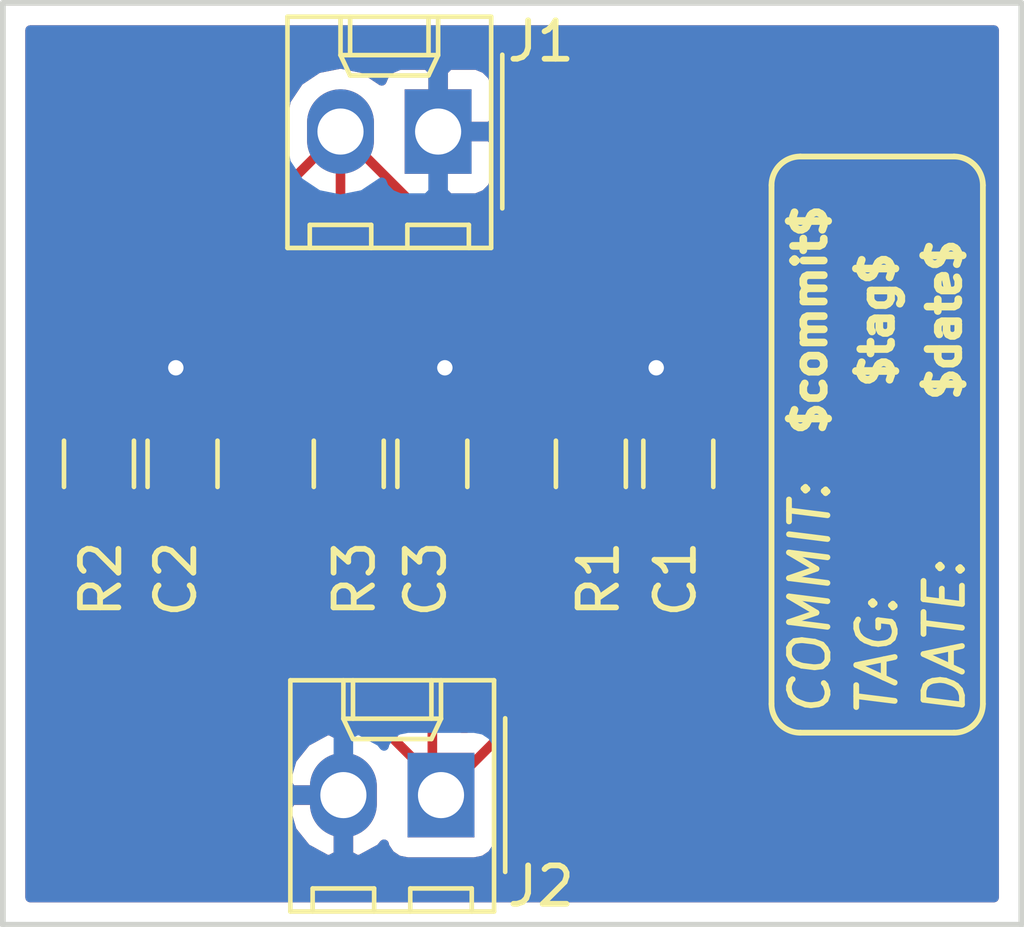
<source format=kicad_pcb>
(kicad_pcb (version 20171130) (host pcbnew 5.0.0)

  (general
    (thickness 1.6)
    (drawings 4)
    (tracks 25)
    (zones 0)
    (modules 9)
    (nets 4)
  )

  (page A4)
  (layers
    (0 F.Cu signal)
    (31 B.Cu signal)
    (32 B.Adhes user)
    (33 F.Adhes user)
    (34 B.Paste user)
    (35 F.Paste user)
    (36 B.SilkS user)
    (37 F.SilkS user)
    (38 B.Mask user)
    (39 F.Mask user)
    (40 Dwgs.User user)
    (41 Cmts.User user)
    (42 Eco1.User user hide)
    (43 Eco2.User user hide)
    (44 Edge.Cuts user)
    (45 Margin user)
    (46 B.CrtYd user)
    (47 F.CrtYd user)
    (48 B.Fab user)
    (49 F.Fab user hide)
  )

  (setup
    (last_trace_width 0.25)
    (trace_clearance 0.2)
    (zone_clearance 0.508)
    (zone_45_only no)
    (trace_min 0.2)
    (segment_width 0.2)
    (edge_width 0.15)
    (via_size 0.8)
    (via_drill 0.4)
    (via_min_size 0.4)
    (via_min_drill 0.3)
    (uvia_size 0.3)
    (uvia_drill 0.1)
    (uvias_allowed no)
    (uvia_min_size 0.2)
    (uvia_min_drill 0.1)
    (pcb_text_width 0.3)
    (pcb_text_size 1.5 1.5)
    (mod_edge_width 0.15)
    (mod_text_size 1 1)
    (mod_text_width 0.15)
    (pad_size 1.524 1.524)
    (pad_drill 0.762)
    (pad_to_mask_clearance 0.2)
    (aux_axis_origin 0 0)
    (visible_elements FFFDFF7F)
    (pcbplotparams
      (layerselection 0x010fc_ffffffff)
      (usegerberextensions false)
      (usegerberattributes false)
      (usegerberadvancedattributes false)
      (creategerberjobfile false)
      (excludeedgelayer true)
      (linewidth 0.100000)
      (plotframeref false)
      (viasonmask false)
      (mode 1)
      (useauxorigin false)
      (hpglpennumber 1)
      (hpglpenspeed 20)
      (hpglpendiameter 15.000000)
      (psnegative false)
      (psa4output false)
      (plotreference true)
      (plotvalue true)
      (plotinvisibletext false)
      (padsonsilk false)
      (subtractmaskfromsilk false)
      (outputformat 1)
      (mirror false)
      (drillshape 1)
      (scaleselection 1)
      (outputdirectory ""))
  )

  (net 0 "")
  (net 1 "Net-(C1-Pad1)")
  (net 2 GND)
  (net 3 "Net-(J1-Pad2)")

  (net_class Default "This is the default net class."
    (clearance 0.2)
    (trace_width 0.25)
    (via_dia 0.8)
    (via_drill 0.4)
    (uvia_dia 0.3)
    (uvia_drill 0.1)
    (add_net GND)
    (add_net "Net-(C1-Pad1)")
    (add_net "Net-(J1-Pad2)")
  )

  (module toroid-kicad:commit-trace (layer F.Cu) (tedit 5928A450) (tstamp 5BBE658E)
    (at 158 75.5 90)
    (path /5BBE5EE0)
    (fp_text reference t1 (at -5.3 3.5 90) (layer F.SilkS) hide
      (effects (font (size 1 1) (thickness 0.15)))
    )
    (fp_text value commit-trace (at 0.1 -4.4 90) (layer F.Fab) hide
      (effects (font (size 1 1) (thickness 0.15)))
    )
    (fp_text user COMMIT: (at -4 -2 90) (layer F.SilkS)
      (effects (font (size 1 1) (thickness 0.15) italic))
    )
    (fp_text user TAG: (at -5.5 -0.25 90) (layer F.SilkS)
      (effects (font (size 1 1) (thickness 0.15) italic))
    )
    (fp_text user DATE: (at -5 1.5 90) (layer F.SilkS)
      (effects (font (size 1 1) (thickness 0.15) italic))
    )
    (fp_line (start -6.75 -3) (end 6.75 -3) (layer F.SilkS) (width 0.15))
    (fp_line (start 7.5 -2.25) (end 7.5 1.75) (layer F.SilkS) (width 0.15))
    (fp_line (start 6.75 2.5) (end -6.75 2.5) (layer F.SilkS) (width 0.15))
    (fp_line (start -7.5 1.75) (end -7.5 -2.25) (layer F.SilkS) (width 0.15))
    (fp_arc (start -6.75 -2.25) (end -6.75 -3) (angle -90) (layer F.SilkS) (width 0.15))
    (fp_arc (start -6.75 1.75) (end -7.5 1.75) (angle -90) (layer F.SilkS) (width 0.15))
    (fp_arc (start 6.75 1.75) (end 6.75 2.5) (angle -90) (layer F.SilkS) (width 0.15))
    (fp_arc (start 6.75 -2.25) (end 7.5 -2.25) (angle -90) (layer F.SilkS) (width 0.15))
    (fp_text user $commit$ (at 3.25 -2 90) (layer F.SilkS)
      (effects (font (size 0.8 0.8) (thickness 0.2)))
    )
    (fp_text user $tag$ (at 3.25 -0.25 90) (layer F.SilkS)
      (effects (font (size 0.8 0.8) (thickness 0.2)))
    )
    (fp_text user $date$ (at 3.25 1.5 90) (layer F.SilkS)
      (effects (font (size 0.8 0.8) (thickness 0.2)))
    )
  )

  (module Capacitor_SMD:C_1206_3216Metric (layer F.Cu) (tedit 5B301BBE) (tstamp 5BBDF3AE)
    (at 146.175 76 90)
    (descr "Capacitor SMD 1206 (3216 Metric), square (rectangular) end terminal, IPC_7351 nominal, (Body size source: http://www.tortai-tech.com/upload/download/2011102023233369053.pdf), generated with kicad-footprint-generator")
    (tags capacitor)
    (path /5BBD348C)
    (attr smd)
    (fp_text reference C3 (at -3 -0.175 90) (layer F.SilkS)
      (effects (font (size 1 1) (thickness 0.15)))
    )
    (fp_text value 10u (at 0 1.82 90) (layer F.Fab)
      (effects (font (size 1 1) (thickness 0.15)))
    )
    (fp_line (start -1.6 0.8) (end -1.6 -0.8) (layer F.Fab) (width 0.1))
    (fp_line (start -1.6 -0.8) (end 1.6 -0.8) (layer F.Fab) (width 0.1))
    (fp_line (start 1.6 -0.8) (end 1.6 0.8) (layer F.Fab) (width 0.1))
    (fp_line (start 1.6 0.8) (end -1.6 0.8) (layer F.Fab) (width 0.1))
    (fp_line (start -0.602064 -0.91) (end 0.602064 -0.91) (layer F.SilkS) (width 0.12))
    (fp_line (start -0.602064 0.91) (end 0.602064 0.91) (layer F.SilkS) (width 0.12))
    (fp_line (start -2.28 1.12) (end -2.28 -1.12) (layer F.CrtYd) (width 0.05))
    (fp_line (start -2.28 -1.12) (end 2.28 -1.12) (layer F.CrtYd) (width 0.05))
    (fp_line (start 2.28 -1.12) (end 2.28 1.12) (layer F.CrtYd) (width 0.05))
    (fp_line (start 2.28 1.12) (end -2.28 1.12) (layer F.CrtYd) (width 0.05))
    (fp_text user %R (at 0 0 90) (layer F.Fab)
      (effects (font (size 0.8 0.8) (thickness 0.12)))
    )
    (pad 1 smd roundrect (at -1.4 0 90) (size 1.25 1.75) (layers F.Cu F.Paste F.Mask) (roundrect_rratio 0.2)
      (net 1 "Net-(C1-Pad1)"))
    (pad 2 smd roundrect (at 1.4 0 90) (size 1.25 1.75) (layers F.Cu F.Paste F.Mask) (roundrect_rratio 0.2)
      (net 2 GND))
    (model ${KISYS3DMOD}/Capacitor_SMD.3dshapes/C_1206_3216Metric.wrl
      (at (xyz 0 0 0))
      (scale (xyz 1 1 1))
      (rotate (xyz 0 0 0))
    )
  )

  (module Capacitor_SMD:C_1206_3216Metric (layer F.Cu) (tedit 5B301BBE) (tstamp 5BBDEFA4)
    (at 139.675 76 90)
    (descr "Capacitor SMD 1206 (3216 Metric), square (rectangular) end terminal, IPC_7351 nominal, (Body size source: http://www.tortai-tech.com/upload/download/2011102023233369053.pdf), generated with kicad-footprint-generator")
    (tags capacitor)
    (path /5BBD3609)
    (attr smd)
    (fp_text reference C2 (at -3 -0.175 90) (layer F.SilkS)
      (effects (font (size 1 1) (thickness 0.15)))
    )
    (fp_text value 0.1u (at 0 1.82 90) (layer F.Fab)
      (effects (font (size 1 1) (thickness 0.15)))
    )
    (fp_text user %R (at 0 0 90) (layer F.Fab)
      (effects (font (size 0.8 0.8) (thickness 0.12)))
    )
    (fp_line (start 2.28 1.12) (end -2.28 1.12) (layer F.CrtYd) (width 0.05))
    (fp_line (start 2.28 -1.12) (end 2.28 1.12) (layer F.CrtYd) (width 0.05))
    (fp_line (start -2.28 -1.12) (end 2.28 -1.12) (layer F.CrtYd) (width 0.05))
    (fp_line (start -2.28 1.12) (end -2.28 -1.12) (layer F.CrtYd) (width 0.05))
    (fp_line (start -0.602064 0.91) (end 0.602064 0.91) (layer F.SilkS) (width 0.12))
    (fp_line (start -0.602064 -0.91) (end 0.602064 -0.91) (layer F.SilkS) (width 0.12))
    (fp_line (start 1.6 0.8) (end -1.6 0.8) (layer F.Fab) (width 0.1))
    (fp_line (start 1.6 -0.8) (end 1.6 0.8) (layer F.Fab) (width 0.1))
    (fp_line (start -1.6 -0.8) (end 1.6 -0.8) (layer F.Fab) (width 0.1))
    (fp_line (start -1.6 0.8) (end -1.6 -0.8) (layer F.Fab) (width 0.1))
    (pad 2 smd roundrect (at 1.4 0 90) (size 1.25 1.75) (layers F.Cu F.Paste F.Mask) (roundrect_rratio 0.2)
      (net 2 GND))
    (pad 1 smd roundrect (at -1.4 0 90) (size 1.25 1.75) (layers F.Cu F.Paste F.Mask) (roundrect_rratio 0.2)
      (net 1 "Net-(C1-Pad1)"))
    (model ${KISYS3DMOD}/Capacitor_SMD.3dshapes/C_1206_3216Metric.wrl
      (at (xyz 0 0 0))
      (scale (xyz 1 1 1))
      (rotate (xyz 0 0 0))
    )
  )

  (module Capacitor_SMD:C_1206_3216Metric (layer F.Cu) (tedit 5B301BBE) (tstamp 5BBDEB4F)
    (at 152.575 76 90)
    (descr "Capacitor SMD 1206 (3216 Metric), square (rectangular) end terminal, IPC_7351 nominal, (Body size source: http://www.tortai-tech.com/upload/download/2011102023233369053.pdf), generated with kicad-footprint-generator")
    (tags capacitor)
    (path /5BBD31E6)
    (attr smd)
    (fp_text reference C1 (at -3 -0.075 90) (layer F.SilkS)
      (effects (font (size 1 1) (thickness 0.15)))
    )
    (fp_text value 1u (at 0 1.82 90) (layer F.Fab)
      (effects (font (size 1 1) (thickness 0.15)))
    )
    (fp_line (start -1.6 0.8) (end -1.6 -0.8) (layer F.Fab) (width 0.1))
    (fp_line (start -1.6 -0.8) (end 1.6 -0.8) (layer F.Fab) (width 0.1))
    (fp_line (start 1.6 -0.8) (end 1.6 0.8) (layer F.Fab) (width 0.1))
    (fp_line (start 1.6 0.8) (end -1.6 0.8) (layer F.Fab) (width 0.1))
    (fp_line (start -0.602064 -0.91) (end 0.602064 -0.91) (layer F.SilkS) (width 0.12))
    (fp_line (start -0.602064 0.91) (end 0.602064 0.91) (layer F.SilkS) (width 0.12))
    (fp_line (start -2.28 1.12) (end -2.28 -1.12) (layer F.CrtYd) (width 0.05))
    (fp_line (start -2.28 -1.12) (end 2.28 -1.12) (layer F.CrtYd) (width 0.05))
    (fp_line (start 2.28 -1.12) (end 2.28 1.12) (layer F.CrtYd) (width 0.05))
    (fp_line (start 2.28 1.12) (end -2.28 1.12) (layer F.CrtYd) (width 0.05))
    (fp_text user %R (at 0 0 90) (layer F.Fab)
      (effects (font (size 0.8 0.8) (thickness 0.12)))
    )
    (pad 1 smd roundrect (at -1.4 0 90) (size 1.25 1.75) (layers F.Cu F.Paste F.Mask) (roundrect_rratio 0.2)
      (net 1 "Net-(C1-Pad1)"))
    (pad 2 smd roundrect (at 1.4 0 90) (size 1.25 1.75) (layers F.Cu F.Paste F.Mask) (roundrect_rratio 0.2)
      (net 2 GND))
    (model ${KISYS3DMOD}/Capacitor_SMD.3dshapes/C_1206_3216Metric.wrl
      (at (xyz 0 0 0))
      (scale (xyz 1 1 1))
      (rotate (xyz 0 0 0))
    )
  )

  (module Connector_Molex:Molex_KK-254_AE-6410-02A_1x02_P2.54mm_Vertical (layer F.Cu) (tedit 5A15A247) (tstamp 5BBDEB3E)
    (at 146.4 84.625 180)
    (descr "Molex KK-254 Interconnect System, old/engineering part number: AE-6410-02A example for new part number: 22-27-2021, 2 Pins (http://www.molex.com/pdm_docs/sd/022272021_sd.pdf), generated with kicad-footprint-generator")
    (tags "connector Molex KK-254 side entry")
    (path /5BBD4A2E)
    (fp_text reference J2 (at -2.6 -2.375 180) (layer F.SilkS)
      (effects (font (size 1 1) (thickness 0.15)))
    )
    (fp_text value Screw_Terminal_01x02 (at 1.27 4.08 180) (layer F.Fab)
      (effects (font (size 1 1) (thickness 0.15)))
    )
    (fp_text user %R (at 1.27 -2.22 180) (layer F.Fab)
      (effects (font (size 1 1) (thickness 0.15)))
    )
    (fp_line (start 4.31 -3.42) (end -1.77 -3.42) (layer F.CrtYd) (width 0.05))
    (fp_line (start 4.31 3.38) (end 4.31 -3.42) (layer F.CrtYd) (width 0.05))
    (fp_line (start -1.77 3.38) (end 4.31 3.38) (layer F.CrtYd) (width 0.05))
    (fp_line (start -1.77 -3.42) (end -1.77 3.38) (layer F.CrtYd) (width 0.05))
    (fp_line (start 3.34 -2.43) (end 3.34 -3.03) (layer F.SilkS) (width 0.12))
    (fp_line (start 1.74 -2.43) (end 3.34 -2.43) (layer F.SilkS) (width 0.12))
    (fp_line (start 1.74 -3.03) (end 1.74 -2.43) (layer F.SilkS) (width 0.12))
    (fp_line (start 0.8 -2.43) (end 0.8 -3.03) (layer F.SilkS) (width 0.12))
    (fp_line (start -0.8 -2.43) (end 0.8 -2.43) (layer F.SilkS) (width 0.12))
    (fp_line (start -0.8 -3.03) (end -0.8 -2.43) (layer F.SilkS) (width 0.12))
    (fp_line (start 2.29 2.99) (end 2.29 1.99) (layer F.SilkS) (width 0.12))
    (fp_line (start 0.25 2.99) (end 0.25 1.99) (layer F.SilkS) (width 0.12))
    (fp_line (start 2.29 1.46) (end 2.54 1.99) (layer F.SilkS) (width 0.12))
    (fp_line (start 0.25 1.46) (end 2.29 1.46) (layer F.SilkS) (width 0.12))
    (fp_line (start 0 1.99) (end 0.25 1.46) (layer F.SilkS) (width 0.12))
    (fp_line (start 2.54 1.99) (end 2.54 2.99) (layer F.SilkS) (width 0.12))
    (fp_line (start 0 1.99) (end 2.54 1.99) (layer F.SilkS) (width 0.12))
    (fp_line (start 0 2.99) (end 0 1.99) (layer F.SilkS) (width 0.12))
    (fp_line (start -0.562893 0) (end -1.27 0.5) (layer F.Fab) (width 0.1))
    (fp_line (start -1.27 -0.5) (end -0.562893 0) (layer F.Fab) (width 0.1))
    (fp_line (start -1.67 -2) (end -1.67 2) (layer F.SilkS) (width 0.12))
    (fp_line (start 3.92 -3.03) (end -1.38 -3.03) (layer F.SilkS) (width 0.12))
    (fp_line (start 3.92 2.99) (end 3.92 -3.03) (layer F.SilkS) (width 0.12))
    (fp_line (start -1.38 2.99) (end 3.92 2.99) (layer F.SilkS) (width 0.12))
    (fp_line (start -1.38 -3.03) (end -1.38 2.99) (layer F.SilkS) (width 0.12))
    (fp_line (start 3.81 -2.92) (end -1.27 -2.92) (layer F.Fab) (width 0.1))
    (fp_line (start 3.81 2.88) (end 3.81 -2.92) (layer F.Fab) (width 0.1))
    (fp_line (start -1.27 2.88) (end 3.81 2.88) (layer F.Fab) (width 0.1))
    (fp_line (start -1.27 -2.92) (end -1.27 2.88) (layer F.Fab) (width 0.1))
    (pad 2 thru_hole oval (at 2.54 0 180) (size 1.74 2.2) (drill 1.2) (layers *.Cu *.Mask)
      (net 2 GND))
    (pad 1 thru_hole rect (at 0 0 180) (size 1.74 2.2) (drill 1.2) (layers *.Cu *.Mask)
      (net 1 "Net-(C1-Pad1)"))
    (model ${KISYS3DMOD}/Connector_Molex.3dshapes/Molex_KK-254_AE-6410-02A_1x02_P2.54mm_Vertical.wrl
      (at (xyz 0 0 0))
      (scale (xyz 1 1 1))
      (rotate (xyz 0 0 0))
    )
  )

  (module Connector_Molex:Molex_KK-254_AE-6410-02A_1x02_P2.54mm_Vertical (layer F.Cu) (tedit 5A15A247) (tstamp 5BBDEC82)
    (at 146.325 67.35 180)
    (descr "Molex KK-254 Interconnect System, old/engineering part number: AE-6410-02A example for new part number: 22-27-2021, 2 Pins (http://www.molex.com/pdm_docs/sd/022272021_sd.pdf), generated with kicad-footprint-generator")
    (tags "connector Molex KK-254 side entry")
    (path /5BBD38A5)
    (fp_text reference J1 (at -2.675 2.35 180) (layer F.SilkS)
      (effects (font (size 1 1) (thickness 0.15)))
    )
    (fp_text value Screw_Terminal_01x02 (at 1.27 4.08 180) (layer F.Fab)
      (effects (font (size 1 1) (thickness 0.15)))
    )
    (fp_line (start -1.27 -2.92) (end -1.27 2.88) (layer F.Fab) (width 0.1))
    (fp_line (start -1.27 2.88) (end 3.81 2.88) (layer F.Fab) (width 0.1))
    (fp_line (start 3.81 2.88) (end 3.81 -2.92) (layer F.Fab) (width 0.1))
    (fp_line (start 3.81 -2.92) (end -1.27 -2.92) (layer F.Fab) (width 0.1))
    (fp_line (start -1.38 -3.03) (end -1.38 2.99) (layer F.SilkS) (width 0.12))
    (fp_line (start -1.38 2.99) (end 3.92 2.99) (layer F.SilkS) (width 0.12))
    (fp_line (start 3.92 2.99) (end 3.92 -3.03) (layer F.SilkS) (width 0.12))
    (fp_line (start 3.92 -3.03) (end -1.38 -3.03) (layer F.SilkS) (width 0.12))
    (fp_line (start -1.67 -2) (end -1.67 2) (layer F.SilkS) (width 0.12))
    (fp_line (start -1.27 -0.5) (end -0.562893 0) (layer F.Fab) (width 0.1))
    (fp_line (start -0.562893 0) (end -1.27 0.5) (layer F.Fab) (width 0.1))
    (fp_line (start 0 2.99) (end 0 1.99) (layer F.SilkS) (width 0.12))
    (fp_line (start 0 1.99) (end 2.54 1.99) (layer F.SilkS) (width 0.12))
    (fp_line (start 2.54 1.99) (end 2.54 2.99) (layer F.SilkS) (width 0.12))
    (fp_line (start 0 1.99) (end 0.25 1.46) (layer F.SilkS) (width 0.12))
    (fp_line (start 0.25 1.46) (end 2.29 1.46) (layer F.SilkS) (width 0.12))
    (fp_line (start 2.29 1.46) (end 2.54 1.99) (layer F.SilkS) (width 0.12))
    (fp_line (start 0.25 2.99) (end 0.25 1.99) (layer F.SilkS) (width 0.12))
    (fp_line (start 2.29 2.99) (end 2.29 1.99) (layer F.SilkS) (width 0.12))
    (fp_line (start -0.8 -3.03) (end -0.8 -2.43) (layer F.SilkS) (width 0.12))
    (fp_line (start -0.8 -2.43) (end 0.8 -2.43) (layer F.SilkS) (width 0.12))
    (fp_line (start 0.8 -2.43) (end 0.8 -3.03) (layer F.SilkS) (width 0.12))
    (fp_line (start 1.74 -3.03) (end 1.74 -2.43) (layer F.SilkS) (width 0.12))
    (fp_line (start 1.74 -2.43) (end 3.34 -2.43) (layer F.SilkS) (width 0.12))
    (fp_line (start 3.34 -2.43) (end 3.34 -3.03) (layer F.SilkS) (width 0.12))
    (fp_line (start -1.77 -3.42) (end -1.77 3.38) (layer F.CrtYd) (width 0.05))
    (fp_line (start -1.77 3.38) (end 4.31 3.38) (layer F.CrtYd) (width 0.05))
    (fp_line (start 4.31 3.38) (end 4.31 -3.42) (layer F.CrtYd) (width 0.05))
    (fp_line (start 4.31 -3.42) (end -1.77 -3.42) (layer F.CrtYd) (width 0.05))
    (fp_text user %R (at 1.27 -2.22 180) (layer F.Fab)
      (effects (font (size 1 1) (thickness 0.15)))
    )
    (pad 1 thru_hole rect (at 0 0 180) (size 1.74 2.2) (drill 1.2) (layers *.Cu *.Mask)
      (net 2 GND))
    (pad 2 thru_hole oval (at 2.54 0 180) (size 1.74 2.2) (drill 1.2) (layers *.Cu *.Mask)
      (net 3 "Net-(J1-Pad2)"))
    (model ${KISYS3DMOD}/Connector_Molex.3dshapes/Molex_KK-254_AE-6410-02A_1x02_P2.54mm_Vertical.wrl
      (at (xyz 0 0 0))
      (scale (xyz 1 1 1))
      (rotate (xyz 0 0 0))
    )
  )

  (module Resistor_SMD:R_1206_3216Metric (layer F.Cu) (tedit 5B301BBD) (tstamp 5BBDEEA0)
    (at 144 76 90)
    (descr "Resistor SMD 1206 (3216 Metric), square (rectangular) end terminal, IPC_7351 nominal, (Body size source: http://www.tortai-tech.com/upload/download/2011102023233369053.pdf), generated with kicad-footprint-generator")
    (tags resistor)
    (path /5BBD3486)
    (attr smd)
    (fp_text reference R3 (at -3 0.15 90) (layer F.SilkS)
      (effects (font (size 1 1) (thickness 0.15)))
    )
    (fp_text value 1M (at 0 1.82 90) (layer F.Fab)
      (effects (font (size 1 1) (thickness 0.15)))
    )
    (fp_line (start -1.6 0.8) (end -1.6 -0.8) (layer F.Fab) (width 0.1))
    (fp_line (start -1.6 -0.8) (end 1.6 -0.8) (layer F.Fab) (width 0.1))
    (fp_line (start 1.6 -0.8) (end 1.6 0.8) (layer F.Fab) (width 0.1))
    (fp_line (start 1.6 0.8) (end -1.6 0.8) (layer F.Fab) (width 0.1))
    (fp_line (start -0.602064 -0.91) (end 0.602064 -0.91) (layer F.SilkS) (width 0.12))
    (fp_line (start -0.602064 0.91) (end 0.602064 0.91) (layer F.SilkS) (width 0.12))
    (fp_line (start -2.28 1.12) (end -2.28 -1.12) (layer F.CrtYd) (width 0.05))
    (fp_line (start -2.28 -1.12) (end 2.28 -1.12) (layer F.CrtYd) (width 0.05))
    (fp_line (start 2.28 -1.12) (end 2.28 1.12) (layer F.CrtYd) (width 0.05))
    (fp_line (start 2.28 1.12) (end -2.28 1.12) (layer F.CrtYd) (width 0.05))
    (fp_text user %R (at 0 0 90) (layer F.Fab)
      (effects (font (size 0.8 0.8) (thickness 0.12)))
    )
    (pad 1 smd roundrect (at -1.4 0 90) (size 1.25 1.75) (layers F.Cu F.Paste F.Mask) (roundrect_rratio 0.2)
      (net 1 "Net-(C1-Pad1)"))
    (pad 2 smd roundrect (at 1.4 0 90) (size 1.25 1.75) (layers F.Cu F.Paste F.Mask) (roundrect_rratio 0.2)
      (net 3 "Net-(J1-Pad2)"))
    (model ${KISYS3DMOD}/Resistor_SMD.3dshapes/R_1206_3216Metric.wrl
      (at (xyz 0 0 0))
      (scale (xyz 1 1 1))
      (rotate (xyz 0 0 0))
    )
  )

  (module Resistor_SMD:R_1206_3216Metric (layer F.Cu) (tedit 5B301BBD) (tstamp 5BBDEAE5)
    (at 137.5 76 90)
    (descr "Resistor SMD 1206 (3216 Metric), square (rectangular) end terminal, IPC_7351 nominal, (Body size source: http://www.tortai-tech.com/upload/download/2011102023233369053.pdf), generated with kicad-footprint-generator")
    (tags resistor)
    (path /5BBD3603)
    (attr smd)
    (fp_text reference R2 (at -3 0.05 90) (layer F.SilkS)
      (effects (font (size 1 1) (thickness 0.15)))
    )
    (fp_text value 10k (at 0 1.82 90) (layer F.Fab)
      (effects (font (size 1 1) (thickness 0.15)))
    )
    (fp_text user %R (at -0.015001 -0.045001 90) (layer F.Fab)
      (effects (font (size 0.8 0.8) (thickness 0.12)))
    )
    (fp_line (start 2.28 1.12) (end -2.28 1.12) (layer F.CrtYd) (width 0.05))
    (fp_line (start 2.28 -1.12) (end 2.28 1.12) (layer F.CrtYd) (width 0.05))
    (fp_line (start -2.28 -1.12) (end 2.28 -1.12) (layer F.CrtYd) (width 0.05))
    (fp_line (start -2.28 1.12) (end -2.28 -1.12) (layer F.CrtYd) (width 0.05))
    (fp_line (start -0.602064 0.91) (end 0.602064 0.91) (layer F.SilkS) (width 0.12))
    (fp_line (start -0.602064 -0.91) (end 0.602064 -0.91) (layer F.SilkS) (width 0.12))
    (fp_line (start 1.6 0.8) (end -1.6 0.8) (layer F.Fab) (width 0.1))
    (fp_line (start 1.6 -0.8) (end 1.6 0.8) (layer F.Fab) (width 0.1))
    (fp_line (start -1.6 -0.8) (end 1.6 -0.8) (layer F.Fab) (width 0.1))
    (fp_line (start -1.6 0.8) (end -1.6 -0.8) (layer F.Fab) (width 0.1))
    (pad 2 smd roundrect (at 1.4 0 90) (size 1.25 1.75) (layers F.Cu F.Paste F.Mask) (roundrect_rratio 0.2)
      (net 3 "Net-(J1-Pad2)"))
    (pad 1 smd roundrect (at -1.4 0 90) (size 1.25 1.75) (layers F.Cu F.Paste F.Mask) (roundrect_rratio 0.2)
      (net 1 "Net-(C1-Pad1)"))
    (model ${KISYS3DMOD}/Resistor_SMD.3dshapes/R_1206_3216Metric.wrl
      (at (xyz 0 0 0))
      (scale (xyz 1 1 1))
      (rotate (xyz 0 0 0))
    )
  )

  (module Resistor_SMD:R_1206_3216Metric (layer F.Cu) (tedit 5B301BBD) (tstamp 5BBDEAD4)
    (at 150.3 76 90)
    (descr "Resistor SMD 1206 (3216 Metric), square (rectangular) end terminal, IPC_7351 nominal, (Body size source: http://www.tortai-tech.com/upload/download/2011102023233369053.pdf), generated with kicad-footprint-generator")
    (tags resistor)
    (path /5BBD3106)
    (attr smd)
    (fp_text reference R1 (at -3 0.2 90) (layer F.SilkS)
      (effects (font (size 1 1) (thickness 0.15)))
    )
    (fp_text value 100k (at 0 1.82 90) (layer F.Fab)
      (effects (font (size 1 1) (thickness 0.15)))
    )
    (fp_line (start -1.6 0.8) (end -1.6 -0.8) (layer F.Fab) (width 0.1))
    (fp_line (start -1.6 -0.8) (end 1.6 -0.8) (layer F.Fab) (width 0.1))
    (fp_line (start 1.6 -0.8) (end 1.6 0.8) (layer F.Fab) (width 0.1))
    (fp_line (start 1.6 0.8) (end -1.6 0.8) (layer F.Fab) (width 0.1))
    (fp_line (start -0.602064 -0.91) (end 0.602064 -0.91) (layer F.SilkS) (width 0.12))
    (fp_line (start -0.602064 0.91) (end 0.602064 0.91) (layer F.SilkS) (width 0.12))
    (fp_line (start -2.28 1.12) (end -2.28 -1.12) (layer F.CrtYd) (width 0.05))
    (fp_line (start -2.28 -1.12) (end 2.28 -1.12) (layer F.CrtYd) (width 0.05))
    (fp_line (start 2.28 -1.12) (end 2.28 1.12) (layer F.CrtYd) (width 0.05))
    (fp_line (start 2.28 1.12) (end -2.28 1.12) (layer F.CrtYd) (width 0.05))
    (fp_text user %R (at 0 0 90) (layer F.Fab)
      (effects (font (size 0.8 0.8) (thickness 0.12)))
    )
    (pad 1 smd roundrect (at -1.4 0 90) (size 1.25 1.75) (layers F.Cu F.Paste F.Mask) (roundrect_rratio 0.2)
      (net 1 "Net-(C1-Pad1)"))
    (pad 2 smd roundrect (at 1.4 0 90) (size 1.25 1.75) (layers F.Cu F.Paste F.Mask) (roundrect_rratio 0.2)
      (net 3 "Net-(J1-Pad2)"))
    (model ${KISYS3DMOD}/Resistor_SMD.3dshapes/R_1206_3216Metric.wrl
      (at (xyz 0 0 0))
      (scale (xyz 1 1 1))
      (rotate (xyz 0 0 0))
    )
  )

  (gr_line (start 135 88) (end 135 64) (layer Edge.Cuts) (width 0.15))
  (gr_line (start 161.504716 88) (end 135 88) (layer Edge.Cuts) (width 0.15))
  (gr_line (start 161.5 64) (end 161.5 88) (layer Edge.Cuts) (width 0.15))
  (gr_line (start 135 64) (end 161.5 64) (layer Edge.Cuts) (width 0.15))

  (segment (start 137.35 77.4) (end 139.675 77.4) (width 0.25) (layer F.Cu) (net 1))
  (segment (start 143.95 77.4) (end 146.175 77.4) (width 0.25) (layer F.Cu) (net 1))
  (segment (start 150.3 77.4) (end 152.575 77.4) (width 0.25) (layer F.Cu) (net 1))
  (segment (start 146.4 84.4) (end 146.4 84.625) (width 0.25) (layer F.Cu) (net 1))
  (segment (start 139.675 77.4) (end 139.675 77.675) (width 0.25) (layer F.Cu) (net 1))
  (segment (start 139.675 77.675) (end 146.4 84.4) (width 0.25) (layer F.Cu) (net 1))
  (segment (start 146.175 84.4) (end 146.4 84.625) (width 0.25) (layer F.Cu) (net 1))
  (segment (start 146.175 77.4) (end 146.175 84.4) (width 0.25) (layer F.Cu) (net 1))
  (segment (start 150.3 80.725) (end 146.4 84.625) (width 0.25) (layer F.Cu) (net 1))
  (segment (start 150.3 77.4) (end 150.3 80.725) (width 0.25) (layer F.Cu) (net 1))
  (via (at 139.5 73.5) (size 0.8) (drill 0.4) (layers F.Cu B.Cu) (net 2))
  (segment (start 139.675 74.6) (end 139.675 73.675) (width 0.25) (layer F.Cu) (net 2))
  (segment (start 139.675 73.675) (end 139.5 73.5) (width 0.25) (layer F.Cu) (net 2))
  (segment (start 146.175 74.6) (end 146.175 73.825) (width 0.25) (layer F.Cu) (net 2))
  (via (at 146.5 73.5) (size 0.8) (drill 0.4) (layers F.Cu B.Cu) (net 2))
  (segment (start 146.175 73.825) (end 146.5 73.5) (width 0.25) (layer F.Cu) (net 2))
  (via (at 152 73.5) (size 0.8) (drill 0.4) (layers F.Cu B.Cu) (net 2))
  (segment (start 152.575 74.6) (end 152.575 74.075) (width 0.25) (layer F.Cu) (net 2))
  (segment (start 152.575 74.075) (end 152 73.5) (width 0.25) (layer F.Cu) (net 2))
  (segment (start 143.785 74.435) (end 143.95 74.6) (width 0.25) (layer F.Cu) (net 3))
  (segment (start 143.785 67.35) (end 143.785 74.435) (width 0.25) (layer F.Cu) (net 3))
  (segment (start 150.3 73.865) (end 143.785 67.35) (width 0.25) (layer F.Cu) (net 3))
  (segment (start 150.3 74.6) (end 150.3 73.865) (width 0.25) (layer F.Cu) (net 3))
  (segment (start 137.35 74.6) (end 137.35 73.785) (width 0.25) (layer F.Cu) (net 3))
  (segment (start 137.35 73.785) (end 143.785 67.35) (width 0.25) (layer F.Cu) (net 3))

  (zone (net 2) (net_name GND) (layer F.Cu) (tstamp 0) (hatch edge 0.508)
    (connect_pads (clearance 0.508))
    (min_thickness 0.254)
    (fill yes (arc_segments 16) (thermal_gap 0.508) (thermal_bridge_width 0.508))
    (polygon
      (pts
        (xy 135 64) (xy 161.5 64) (xy 161.5 88) (xy 135 88)
      )
    )
    (filled_polygon
      (pts
        (xy 160.790001 87.29) (xy 135.71 87.29) (xy 135.71 84.98938) (xy 142.353138 84.98938) (xy 142.519266 85.555802)
        (xy 142.889509 86.015533) (xy 143.4075 86.298584) (xy 143.499969 86.316302) (xy 143.733 86.195246) (xy 143.733 84.752)
        (xy 142.509418 84.752) (xy 142.353138 84.98938) (xy 135.71 84.98938) (xy 135.71 77.025) (xy 135.97756 77.025)
        (xy 135.97756 77.775) (xy 136.045874 78.118435) (xy 136.240414 78.409586) (xy 136.531565 78.604126) (xy 136.875 78.67244)
        (xy 138.125 78.67244) (xy 138.468435 78.604126) (xy 138.5875 78.52457) (xy 138.706565 78.604126) (xy 139.05 78.67244)
        (xy 139.597639 78.67244) (xy 143.815198 82.89) (xy 143.732998 82.89) (xy 143.732998 83.054753) (xy 143.499969 82.933698)
        (xy 143.4075 82.951416) (xy 142.889509 83.234467) (xy 142.519266 83.694198) (xy 142.353138 84.26062) (xy 142.509418 84.498)
        (xy 143.733 84.498) (xy 143.733 84.478) (xy 143.987 84.478) (xy 143.987 84.498) (xy 144.007 84.498)
        (xy 144.007 84.752) (xy 143.987 84.752) (xy 143.987 86.195246) (xy 144.220031 86.316302) (xy 144.3125 86.298584)
        (xy 144.830491 86.015533) (xy 144.918591 85.90614) (xy 144.931843 85.972765) (xy 145.072191 86.182809) (xy 145.282235 86.323157)
        (xy 145.53 86.37244) (xy 147.27 86.37244) (xy 147.517765 86.323157) (xy 147.727809 86.182809) (xy 147.868157 85.972765)
        (xy 147.91744 85.725) (xy 147.91744 84.182361) (xy 150.784473 81.315329) (xy 150.847929 81.272929) (xy 151.015904 81.021537)
        (xy 151.06 80.799852) (xy 151.06 80.799847) (xy 151.074888 80.725) (xy 151.06 80.650153) (xy 151.06 78.645587)
        (xy 151.268435 78.604126) (xy 151.4375 78.491161) (xy 151.606565 78.604126) (xy 151.95 78.67244) (xy 153.2 78.67244)
        (xy 153.543435 78.604126) (xy 153.834586 78.409586) (xy 154.029126 78.118435) (xy 154.09744 77.775) (xy 154.09744 77.025)
        (xy 154.029126 76.681565) (xy 153.834586 76.390414) (xy 153.543435 76.195874) (xy 153.2 76.12756) (xy 151.95 76.12756)
        (xy 151.606565 76.195874) (xy 151.4375 76.308839) (xy 151.268435 76.195874) (xy 150.925 76.12756) (xy 149.675 76.12756)
        (xy 149.331565 76.195874) (xy 149.040414 76.390414) (xy 148.845874 76.681565) (xy 148.77756 77.025) (xy 148.77756 77.775)
        (xy 148.845874 78.118435) (xy 149.040414 78.409586) (xy 149.331565 78.604126) (xy 149.54 78.645587) (xy 149.540001 80.410197)
        (xy 147.072639 82.87756) (xy 146.935 82.87756) (xy 146.935 78.645587) (xy 147.143435 78.604126) (xy 147.434586 78.409586)
        (xy 147.629126 78.118435) (xy 147.69744 77.775) (xy 147.69744 77.025) (xy 147.629126 76.681565) (xy 147.434586 76.390414)
        (xy 147.143435 76.195874) (xy 146.8 76.12756) (xy 145.55 76.12756) (xy 145.206565 76.195874) (xy 145.0875 76.27543)
        (xy 144.968435 76.195874) (xy 144.625 76.12756) (xy 143.375 76.12756) (xy 143.031565 76.195874) (xy 142.740414 76.390414)
        (xy 142.545874 76.681565) (xy 142.47756 77.025) (xy 142.47756 77.775) (xy 142.545874 78.118435) (xy 142.740414 78.409586)
        (xy 143.031565 78.604126) (xy 143.375 78.67244) (xy 144.625 78.67244) (xy 144.968435 78.604126) (xy 145.0875 78.52457)
        (xy 145.206565 78.604126) (xy 145.415 78.645587) (xy 145.415001 82.340199) (xy 141.139763 78.064961) (xy 141.19744 77.775)
        (xy 141.19744 77.025) (xy 141.129126 76.681565) (xy 140.934586 76.390414) (xy 140.643435 76.195874) (xy 140.3 76.12756)
        (xy 139.05 76.12756) (xy 138.706565 76.195874) (xy 138.5875 76.27543) (xy 138.468435 76.195874) (xy 138.125 76.12756)
        (xy 136.875 76.12756) (xy 136.531565 76.195874) (xy 136.240414 76.390414) (xy 136.045874 76.681565) (xy 135.97756 77.025)
        (xy 135.71 77.025) (xy 135.71 74.225) (xy 135.97756 74.225) (xy 135.97756 74.975) (xy 136.045874 75.318435)
        (xy 136.240414 75.609586) (xy 136.531565 75.804126) (xy 136.875 75.87244) (xy 138.125 75.87244) (xy 138.468435 75.804126)
        (xy 138.495362 75.786134) (xy 138.67369 75.86) (xy 139.38925 75.86) (xy 139.548 75.70125) (xy 139.548 74.727)
        (xy 139.802 74.727) (xy 139.802 75.70125) (xy 139.96075 75.86) (xy 140.67631 75.86) (xy 140.909699 75.763327)
        (xy 141.088327 75.584698) (xy 141.185 75.351309) (xy 141.185 74.88575) (xy 141.02625 74.727) (xy 139.802 74.727)
        (xy 139.548 74.727) (xy 139.528 74.727) (xy 139.528 74.473) (xy 139.548 74.473) (xy 139.548 73.49875)
        (xy 139.802 73.49875) (xy 139.802 74.473) (xy 141.02625 74.473) (xy 141.185 74.31425) (xy 141.185 73.848691)
        (xy 141.088327 73.615302) (xy 140.909699 73.436673) (xy 140.67631 73.34) (xy 139.96075 73.34) (xy 139.802 73.49875)
        (xy 139.548 73.49875) (xy 139.38925 73.34) (xy 138.869801 73.34) (xy 143.025 69.184802) (xy 143.025001 73.40026)
        (xy 142.740414 73.590414) (xy 142.545874 73.881565) (xy 142.47756 74.225) (xy 142.47756 74.975) (xy 142.545874 75.318435)
        (xy 142.740414 75.609586) (xy 143.031565 75.804126) (xy 143.375 75.87244) (xy 144.625 75.87244) (xy 144.968435 75.804126)
        (xy 144.995362 75.786134) (xy 145.17369 75.86) (xy 145.88925 75.86) (xy 146.048 75.70125) (xy 146.048 74.727)
        (xy 146.302 74.727) (xy 146.302 75.70125) (xy 146.46075 75.86) (xy 147.17631 75.86) (xy 147.409699 75.763327)
        (xy 147.588327 75.584698) (xy 147.685 75.351309) (xy 147.685 74.88575) (xy 147.52625 74.727) (xy 146.302 74.727)
        (xy 146.048 74.727) (xy 146.028 74.727) (xy 146.028 74.473) (xy 146.048 74.473) (xy 146.048 73.49875)
        (xy 146.302 73.49875) (xy 146.302 74.473) (xy 147.52625 74.473) (xy 147.685 74.31425) (xy 147.685 73.848691)
        (xy 147.588327 73.615302) (xy 147.409699 73.436673) (xy 147.17631 73.34) (xy 146.46075 73.34) (xy 146.302 73.49875)
        (xy 146.048 73.49875) (xy 145.88925 73.34) (xy 145.17369 73.34) (xy 144.995362 73.413866) (xy 144.968435 73.395874)
        (xy 144.625 73.32756) (xy 144.545 73.32756) (xy 144.545 69.184801) (xy 149.004444 73.644247) (xy 148.845874 73.881565)
        (xy 148.77756 74.225) (xy 148.77756 74.975) (xy 148.845874 75.318435) (xy 149.040414 75.609586) (xy 149.331565 75.804126)
        (xy 149.675 75.87244) (xy 150.925 75.87244) (xy 151.268435 75.804126) (xy 151.335973 75.758999) (xy 151.340301 75.763327)
        (xy 151.57369 75.86) (xy 152.28925 75.86) (xy 152.448 75.70125) (xy 152.448 74.727) (xy 152.702 74.727)
        (xy 152.702 75.70125) (xy 152.86075 75.86) (xy 153.57631 75.86) (xy 153.809699 75.763327) (xy 153.988327 75.584698)
        (xy 154.085 75.351309) (xy 154.085 74.88575) (xy 153.92625 74.727) (xy 152.702 74.727) (xy 152.448 74.727)
        (xy 152.428 74.727) (xy 152.428 74.473) (xy 152.448 74.473) (xy 152.448 73.49875) (xy 152.702 73.49875)
        (xy 152.702 74.473) (xy 153.92625 74.473) (xy 154.085 74.31425) (xy 154.085 73.848691) (xy 153.988327 73.615302)
        (xy 153.809699 73.436673) (xy 153.57631 73.34) (xy 152.86075 73.34) (xy 152.702 73.49875) (xy 152.448 73.49875)
        (xy 152.28925 73.34) (xy 151.57369 73.34) (xy 151.340301 73.436673) (xy 151.335973 73.441001) (xy 151.268435 73.395874)
        (xy 150.925 73.32756) (xy 150.854938 73.32756) (xy 150.847929 73.317071) (xy 150.784476 73.274673) (xy 146.452002 68.9422)
        (xy 146.452002 68.926252) (xy 146.61075 69.085) (xy 147.321309 69.085) (xy 147.554698 68.988327) (xy 147.733327 68.809699)
        (xy 147.83 68.57631) (xy 147.83 67.63575) (xy 147.67125 67.477) (xy 146.452 67.477) (xy 146.452 67.497)
        (xy 146.198 67.497) (xy 146.198 67.477) (xy 146.178 67.477) (xy 146.178 67.223) (xy 146.198 67.223)
        (xy 146.198 65.77375) (xy 146.452 65.77375) (xy 146.452 67.223) (xy 147.67125 67.223) (xy 147.83 67.06425)
        (xy 147.83 66.12369) (xy 147.733327 65.890301) (xy 147.554698 65.711673) (xy 147.321309 65.615) (xy 146.61075 65.615)
        (xy 146.452 65.77375) (xy 146.198 65.77375) (xy 146.03925 65.615) (xy 145.328691 65.615) (xy 145.095302 65.711673)
        (xy 144.916673 65.890301) (xy 144.859636 66.028001) (xy 144.372222 65.702322) (xy 143.785 65.585516) (xy 143.197779 65.702322)
        (xy 142.699956 66.034956) (xy 142.367322 66.532778) (xy 142.28 66.971774) (xy 142.28 67.728225) (xy 142.288623 67.771575)
        (xy 136.865528 73.194671) (xy 136.802072 73.237071) (xy 136.759672 73.300527) (xy 136.759671 73.300528) (xy 136.741609 73.32756)
        (xy 136.721163 73.35816) (xy 136.531565 73.395874) (xy 136.240414 73.590414) (xy 136.045874 73.881565) (xy 135.97756 74.225)
        (xy 135.71 74.225) (xy 135.71 64.71) (xy 160.79 64.71)
      )
    )
  )
  (zone (net 2) (net_name GND) (layer B.Cu) (tstamp 5BBDF8AD) (hatch edge 0.508)
    (connect_pads (clearance 0.508))
    (min_thickness 0.254)
    (fill yes (arc_segments 16) (thermal_gap 0.508) (thermal_bridge_width 0.508))
    (polygon
      (pts
        (xy 135 64) (xy 161.5 64) (xy 161.5 88) (xy 135 88)
      )
    )
    (filled_polygon
      (pts
        (xy 160.790001 87.29) (xy 135.71 87.29) (xy 135.71 84.98938) (xy 142.353138 84.98938) (xy 142.519266 85.555802)
        (xy 142.889509 86.015533) (xy 143.4075 86.298584) (xy 143.499969 86.316302) (xy 143.733 86.195246) (xy 143.733 84.752)
        (xy 142.509418 84.752) (xy 142.353138 84.98938) (xy 135.71 84.98938) (xy 135.71 84.26062) (xy 142.353138 84.26062)
        (xy 142.509418 84.498) (xy 143.733 84.498) (xy 143.733 83.054754) (xy 143.987 83.054754) (xy 143.987 84.498)
        (xy 144.007 84.498) (xy 144.007 84.752) (xy 143.987 84.752) (xy 143.987 86.195246) (xy 144.220031 86.316302)
        (xy 144.3125 86.298584) (xy 144.830491 86.015533) (xy 144.918591 85.90614) (xy 144.931843 85.972765) (xy 145.072191 86.182809)
        (xy 145.282235 86.323157) (xy 145.53 86.37244) (xy 147.27 86.37244) (xy 147.517765 86.323157) (xy 147.727809 86.182809)
        (xy 147.868157 85.972765) (xy 147.91744 85.725) (xy 147.91744 83.525) (xy 147.868157 83.277235) (xy 147.727809 83.067191)
        (xy 147.517765 82.926843) (xy 147.27 82.87756) (xy 145.53 82.87756) (xy 145.282235 82.926843) (xy 145.072191 83.067191)
        (xy 144.931843 83.277235) (xy 144.918591 83.34386) (xy 144.830491 83.234467) (xy 144.3125 82.951416) (xy 144.220031 82.933698)
        (xy 143.987 83.054754) (xy 143.733 83.054754) (xy 143.499969 82.933698) (xy 143.4075 82.951416) (xy 142.889509 83.234467)
        (xy 142.519266 83.694198) (xy 142.353138 84.26062) (xy 135.71 84.26062) (xy 135.71 66.971774) (xy 142.28 66.971774)
        (xy 142.28 67.728225) (xy 142.367322 68.167221) (xy 142.699956 68.665044) (xy 143.197778 68.997678) (xy 143.785 69.114484)
        (xy 144.372221 68.997678) (xy 144.859636 68.671999) (xy 144.916673 68.809699) (xy 145.095302 68.988327) (xy 145.328691 69.085)
        (xy 146.03925 69.085) (xy 146.198 68.92625) (xy 146.198 67.477) (xy 146.452 67.477) (xy 146.452 68.92625)
        (xy 146.61075 69.085) (xy 147.321309 69.085) (xy 147.554698 68.988327) (xy 147.733327 68.809699) (xy 147.83 68.57631)
        (xy 147.83 67.63575) (xy 147.67125 67.477) (xy 146.452 67.477) (xy 146.198 67.477) (xy 146.178 67.477)
        (xy 146.178 67.223) (xy 146.198 67.223) (xy 146.198 65.77375) (xy 146.452 65.77375) (xy 146.452 67.223)
        (xy 147.67125 67.223) (xy 147.83 67.06425) (xy 147.83 66.12369) (xy 147.733327 65.890301) (xy 147.554698 65.711673)
        (xy 147.321309 65.615) (xy 146.61075 65.615) (xy 146.452 65.77375) (xy 146.198 65.77375) (xy 146.03925 65.615)
        (xy 145.328691 65.615) (xy 145.095302 65.711673) (xy 144.916673 65.890301) (xy 144.859636 66.028001) (xy 144.372222 65.702322)
        (xy 143.785 65.585516) (xy 143.197779 65.702322) (xy 142.699956 66.034956) (xy 142.367322 66.532778) (xy 142.28 66.971774)
        (xy 135.71 66.971774) (xy 135.71 64.71) (xy 160.79 64.71)
      )
    )
  )
)

</source>
